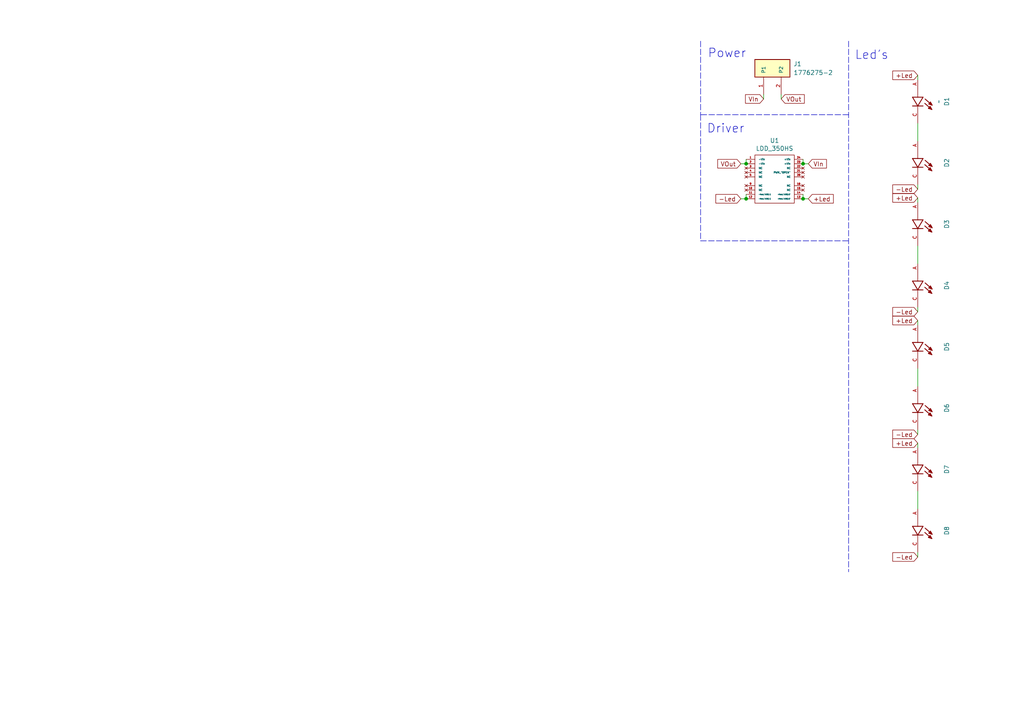
<source format=kicad_sch>
(kicad_sch (version 20230121) (generator eeschema)
  (paper "A4")
  (lib_symbols
    (symbol "1776275-2:1776275-2" (pin_names (offset 1.016))
      (property "Reference" "J" (at -2.5419 5.8463 0))
      (property "Value" "1776275-2" (at -2.5405 -7.6215 0))
      (symbol "1776275-2_0_0"
        (rectangle (start -2.54 -5.08) (end 2.54 5.08) (stroke (width 0.254)) (fill (type background)))
        (pin passive line (at -7.62 2.54 0) (length 5.08) (name "P1") (number "1"))
        (pin passive line (at -7.62 -2.54 0) (length 5.08) (name "P2") (number "2"))
      )
    )
    (symbol "K40-LED_PCB-rescue:LDD_350HS-LDD-350HS_SYMBOL" (pin_names (offset 1.016))
      (property "Reference" "U" (at 0 -19.05 0))
      (property "Value" "LDD_350HS-LDD-350HS_SYMBOL" (at 0 -1.905 0))
      (symbol "LDD_350HS-LDD-350HS_SYMBOL_0_1"
        (rectangle (start -5.715 -3.175) (end 5.715 -17.145))
      )
      (symbol "LDD_350HS-LDD-350HS_SYMBOL_1_1"
        (pin input line (at -8.255 -4.445 0) (length 2.54) (name "-Vin") (number "1"))
        (pin no_connect line (at -8.255 -13.335 0) (length 2.54) (name "NC") (number "10"))
        (pin output line (at -8.255 -14.605 0) (length 2.54) (name "-Vout_\"LED(-)") (number "11"))
        (pin output line (at -8.255 -15.875 0) (length 2.54) (name "-Vout_\"LED(-)") (number "12"))
        (pin output line (at 8.255 -15.875 180) (length 2.54) (name "+Vout_\"LED(+)\"") (number "13"))
        (pin output line (at 8.255 -14.605 180) (length 2.54) (name "+Vout_\"LED(+)\"") (number "14"))
        (pin no_connect line (at 8.255 -13.335 180) (length 2.54) (name "NC") (number "15"))
        (pin no_connect line (at 8.255 -12.065 180) (length 2.54) (name "NC") (number "16"))
        (pin input line (at -8.255 -5.715 0) (length 2.54) (name "-Vin") (number "2"))
        (pin no_connect line (at 8.255 -9.525 180) (length 2.54) (name "NC") (number "20"))
        (pin no_connect line (at 8.255 -8.255 180) (length 2.54) (name "PWM_\"OPEN\"") (number "21"))
        (pin no_connect line (at 8.255 -6.985 180) (length 2.54) (name "NC") (number "22"))
        (pin input line (at 8.255 -5.715 180) (length 2.54) (name "+Vin") (number "23"))
        (pin input line (at 8.255 -4.445 180) (length 2.54) (name "+Vin") (number "24"))
        (pin no_connect line (at -8.255 -6.985 0) (length 2.54) (name "NC") (number "3"))
        (pin no_connect line (at -8.255 -8.255 0) (length 2.54) (name "NC") (number "4"))
        (pin no_connect line (at -8.255 -9.525 0) (length 2.54) (name "NC") (number "5"))
        (pin no_connect line (at -8.255 -12.065 0) (length 2.54) (name "NC") (number "9"))
      )
    )
    (symbol "K40-LED_PCB-rescue:LTST-C190KGKT-LTST-C190KGKT" (pin_names (offset 1.016) hide)
      (property "Reference" "D" (at -3.0988 4.4958 0))
      (property "Value" "LTST-C190KGKT-LTST-C190KGKT" (at -3.556 -3.302 0))
      (symbol "LTST-C190KGKT-LTST-C190KGKT_0_0"
        (polyline (pts (xy -2.54 -1.524) (xy 0 0)) (stroke (width 0.254)))
        (polyline (pts (xy -2.54 0) (xy -5.08 0)) (stroke (width 0.1524)))
        (polyline (pts (xy -2.54 0) (xy -2.54 -1.524)) (stroke (width 0.254)))
        (polyline (pts (xy -2.54 1.524) (xy -2.54 0)) (stroke (width 0.254)))
        (polyline (pts (xy -1.1176 3.683) (xy -0.2286 4.1656)) (stroke (width 0.254)))
        (polyline (pts (xy -0.9398 3.6068) (xy -0.7112 3.7592)) (stroke (width 0.254)))
        (polyline (pts (xy -0.5588 3.2004) (xy -1.1176 3.683)) (stroke (width 0.254)))
        (polyline (pts (xy -0.5588 3.2004) (xy -0.5334 3.937)) (stroke (width 0.254)))
        (polyline (pts (xy -0.5334 3.937) (xy -0.6604 3.937)) (stroke (width 0.254)))
        (polyline (pts (xy -0.2286 4.1656) (xy -2.0066 2.1336)) (stroke (width 0.254)))
        (polyline (pts (xy -0.2286 4.1656) (xy -0.5588 3.2004)) (stroke (width 0.254)))
        (polyline (pts (xy 0 0) (xy -2.54 1.524)) (stroke (width 0.254)))
        (polyline (pts (xy 0 1.524) (xy 0 -1.524)) (stroke (width 0.254)))
        (polyline (pts (xy 0.127 3.5814) (xy 1.016 4.064)) (stroke (width 0.254)))
        (polyline (pts (xy 0.3048 3.5052) (xy 0.5334 3.6576)) (stroke (width 0.254)))
        (polyline (pts (xy 0.6858 3.0988) (xy 0.127 3.5814)) (stroke (width 0.254)))
        (polyline (pts (xy 0.6858 3.0988) (xy 0.7112 3.8354)) (stroke (width 0.254)))
        (polyline (pts (xy 0.7112 3.8354) (xy 0.5842 3.8354)) (stroke (width 0.254)))
        (polyline (pts (xy 1.016 4.064) (xy -0.762 2.032)) (stroke (width 0.254)))
        (polyline (pts (xy 1.016 4.064) (xy 0.6858 3.0988)) (stroke (width 0.254)))
        (pin passive line (at -7.62 0 0) (length 2.54) (name "~") (number "A"))
        (pin passive line (at 5.08 0 180) (length 5.08) (name "~") (number "C"))
      )
    )
  )
  (junction (at 216.408 47.498))
  (junction (at 232.918 57.658))
  (junction (at 232.918 47.498))
  (junction (at 216.408 57.658))
  (wire (pts (xy 266.192 53.594) (xy 266.192 54.864)))
  (wire (pts (xy 266.192 92.964) (xy 266.192 94.234)))
  (wire (pts (xy 226.568 27.432) (xy 226.568 28.702)))
  (polyline (pts (xy 203.2 69.85) (xy 246.126 69.85)) (stroke (width 0) (type dash)))
  (wire (pts (xy 216.408 46.228) (xy 216.408 47.498)))
  (wire (pts (xy 266.192 71.374) (xy 266.192 76.454)))
  (wire (pts (xy 266.192 21.844) (xy 266.192 23.114)))
  (wire (pts (xy 266.192 124.714) (xy 266.192 125.984)))
  (wire (pts (xy 266.192 35.814) (xy 266.192 40.894)))
  (wire (pts (xy 266.192 57.404) (xy 266.192 58.674)))
  (polyline (pts (xy 246.126 33.274) (xy 203.2 33.274)) (stroke (width 0) (type dash)))
  (polyline (pts (xy 203.2 33.274) (xy 203.2 69.85)) (stroke (width 0) (type dash)))
  (wire (pts (xy 214.884 57.658) (xy 216.408 57.658)))
  (polyline (pts (xy 246.126 11.938) (xy 246.126 165.862)) (stroke (width 0) (type dash)))
  (wire (pts (xy 232.918 57.658) (xy 234.442 57.658)))
  (wire (pts (xy 266.192 106.934) (xy 266.192 112.014)))
  (wire (pts (xy 221.488 27.432) (xy 221.488 28.702)))
  (wire (pts (xy 216.408 56.388) (xy 216.408 57.658)))
  (wire (pts (xy 266.192 160.274) (xy 266.192 161.544)))
  (wire (pts (xy 266.192 89.154) (xy 266.192 90.424)))
  (wire (pts (xy 214.884 47.498) (xy 216.408 47.498)))
  (wire (pts (xy 266.192 128.524) (xy 266.192 129.794)))
  (wire (pts (xy 232.918 46.228) (xy 232.918 47.498)))
  (polyline (pts (xy 203.2 11.938) (xy 203.2 33.274)) (stroke (width 0) (type dash)))
  (wire (pts (xy 232.918 56.388) (xy 232.918 57.658)))
  (wire (pts (xy 266.192 142.494) (xy 266.192 147.574)))
  (wire (pts (xy 232.918 47.498) (xy 234.442 47.498)))
  (text "Power" (at 205.232 17.018 0) (effects (font (size 2.5 2.5)) (justify left bottom)))
  (text "Led's" (at 247.904 17.526 0) (effects (font (size 2.5 2.5)) (justify left bottom)))
  (text "Driver" (at 204.978 38.862 0) (effects (font (size 2.5 2.5)) (justify left bottom)))
  (global_label "VOut" (shape input) (at 226.568 28.702 0) (property "Intersheetrefs" "${INTERSHEET_REFS}" (effects hide)))
  (global_label "-Led" (shape input) (at 266.192 125.984 180) (property "Intersheetrefs" "${INTERSHEET_REFS}" (effects hide)))
  (global_label "+Led" (shape input) (at 266.192 57.404 180) (property "Intersheetrefs" "${INTERSHEET_REFS}" (effects hide)))
  (global_label "-Led" (shape input) (at 214.884 57.658 180) (property "Intersheetrefs" "${INTERSHEET_REFS}" (effects hide)))
  (global_label "-Led" (shape input) (at 266.192 90.424 180) (property "Intersheetrefs" "${INTERSHEET_REFS}" (effects hide)))
  (global_label "+Led" (shape input) (at 266.192 128.524 180) (property "Intersheetrefs" "${INTERSHEET_REFS}" (effects hide)))
  (global_label "+Led" (shape input) (at 234.442 57.658 0) (property "Intersheetrefs" "${INTERSHEET_REFS}" (effects hide)))
  (global_label "-Led" (shape input) (at 266.192 161.544 180) (property "Intersheetrefs" "${INTERSHEET_REFS}" (effects hide)))
  (global_label "VIn" (shape input) (at 234.442 47.498 0) (property "Intersheetrefs" "${INTERSHEET_REFS}" (effects hide)))
  (global_label "VOut" (shape input) (at 214.884 47.498 180) (property "Intersheetrefs" "${INTERSHEET_REFS}" (effects hide)))
  (global_label "VIn" (shape input) (at 221.488 28.702 180) (property "Intersheetrefs" "${INTERSHEET_REFS}" (effects hide)))
  (global_label "+Led" (shape input) (at 266.192 21.844 180) (property "Intersheetrefs" "${INTERSHEET_REFS}" (effects hide)))
  (global_label "-Led" (shape input) (at 266.192 54.864 180) (property "Intersheetrefs" "${INTERSHEET_REFS}" (effects hide)))
  (global_label "+Led" (shape input) (at 266.192 92.964 180) (property "Intersheetrefs" "${INTERSHEET_REFS}" (effects hide)))
  (symbol (lib_id "K40-LED_PCB-rescue:LTST-C190KGKT-LTST-C190KGKT") (at 266.192 30.734 270) (unit 1)
    (property "Reference" "D1" (at 274.5994 29.464 0))
    (property "Value" "~" (at 272.288 29.464 0))
    (property "Footprint" "Cree_MX3AWT-A1-R250-000BE3:Cree_MX3AWT-A1-R250-000BE3" (effects hide))
  )
  (symbol (lib_id "K40-LED_PCB-rescue:LTST-C190KGKT-LTST-C190KGKT") (at 266.192 48.514 270) (unit 1)
    (property "Reference" "D2" (at 274.5994 47.244 0))
    (property "Value" "LTST-C190KGKT" (effects hide))
    (property "Footprint" "Cree_MX3AWT-A1-R250-000BE3:Cree_MX3AWT-A1-R250-000BE3" (effects hide))
  )
  (symbol (lib_id "K40-LED_PCB-rescue:LTST-C190KGKT-LTST-C190KGKT") (at 266.192 66.294 270) (unit 1)
    (property "Reference" "D3" (at 274.5994 65.024 0))
    (property "Value" "LTST-C190KGKT" (effects hide))
    (property "Footprint" "Cree_MX3AWT-A1-R250-000BE3:Cree_MX3AWT-A1-R250-000BE3" (effects hide))
  )
  (symbol (lib_id "K40-LED_PCB-rescue:LTST-C190KGKT-LTST-C190KGKT") (at 266.192 84.074 270) (unit 1)
    (property "Reference" "D4" (at 274.5994 82.804 0))
    (property "Value" "LTST-C190KGKT" (effects hide))
    (property "Footprint" "Cree_MX3AWT-A1-R250-000BE3:Cree_MX3AWT-A1-R250-000BE3" (effects hide))
  )
  (symbol (lib_id "K40-LED_PCB-rescue:LDD_350HS-LDD-350HS_SYMBOL") (at 224.663 41.783 0) (unit 1)
    (property "Reference" "U1" (at 224.663 40.767 0))
    (property "Value" "LDD_350HS" (at 224.663 43.0784 0))
    (property "Footprint" "LDD-350HS:LDD-350HS" (effects hide))
  )
  (symbol (lib_id "K40-LED_PCB-rescue:LTST-C190KGKT-LTST-C190KGKT") (at 266.192 101.854 270) (unit 1)
    (property "Reference" "D5" (at 274.5994 100.584 0))
    (property "Value" "LTST-C190KGKT" (effects hide))
    (property "Footprint" "Cree_MX3AWT-A1-R250-000BE3:Cree_MX3AWT-A1-R250-000BE3" (effects hide))
  )
  (symbol (lib_id "K40-LED_PCB-rescue:LTST-C190KGKT-LTST-C190KGKT") (at 266.192 119.634 270) (unit 1)
    (property "Reference" "D6" (at 274.5994 118.364 0))
    (property "Value" "LTST-C190KGKT" (effects hide))
    (property "Footprint" "Cree_MX3AWT-A1-R250-000BE3:Cree_MX3AWT-A1-R250-000BE3" (effects hide))
  )
  (symbol (lib_id "K40-LED_PCB-rescue:LTST-C190KGKT-LTST-C190KGKT") (at 266.192 155.194 270) (unit 1)
    (property "Reference" "D8" (at 274.5994 153.924 0))
    (property "Value" "LTST-C190KGKT" (effects hide))
    (property "Footprint" "Cree_MX3AWT-A1-R250-000BE3:Cree_MX3AWT-A1-R250-000BE3" (effects hide))
  )
  (symbol (lib_id "K40-LED_PCB-rescue:LTST-C190KGKT-LTST-C190KGKT") (at 266.192 137.414 270) (unit 1)
    (property "Reference" "D7" (at 274.5994 136.144 0))
    (property "Value" "LTST-C190KGKT" (effects hide))
    (property "Footprint" "Cree_MX3AWT-A1-R250-000BE3:Cree_MX3AWT-A1-R250-000BE3" (effects hide))
  )
  (symbol (lib_id "1776275-2:1776275-2") (at 224.028 19.812 90) (unit 1)
    (property "Reference" "J1" (at 230.124 18.542 90) (effects (justify right)))
    (property "Value" "1776275-2" (at 230.124 21.082 90) (effects (justify right)))
    (property "Footprint" "2Block_Terminal_1776275_2:TE_1776275-2" (effects hide))
    (property "POSITIONS" "2" (effects hide))
    (property "MANUFACTURER" "TE Connectivity" (effects hide))
    (property "PART_DESCRIPTION" "TERM BLOCK 2POS SIDE ENT 3.5MM" (effects hide))
    (property "SERIES" "Buchanan" (effects hide))
    (property "CURRENT_RATING" "7A" (effects hide))
    (property "DESIGNATOR" "1776275-2" (effects hide))
    (property "ROHS_COMPLIANT" "yes" (effects hide))
    (property "STANDARD" "MANUFACTURER RECOMMENDATIONS" (effects hide))
    (property "VOLTAGE_RATING_AC" "250V" (effects hide))
    (property "LATEST_REVISION_DATE" "04may2016" (effects hide))
    (property "TECHNOLOGY" "Through Hole" (effects hide))
    (property "MANUFACTURER_LINK" "http://www.te.com/commerce/DocumentDelivery/DDEController?Action=srchrtrv&DocNm=1776275&DocType=Customer+Drawing&DocLang=English" (effects hide))
    (property "PART_REV" "R1" (effects hide))
    (property "ORIENTATION" "Vertical" (effects hide))
    (property "PITCH" "3.5mm" (effects hide))
  )
)
</source>
